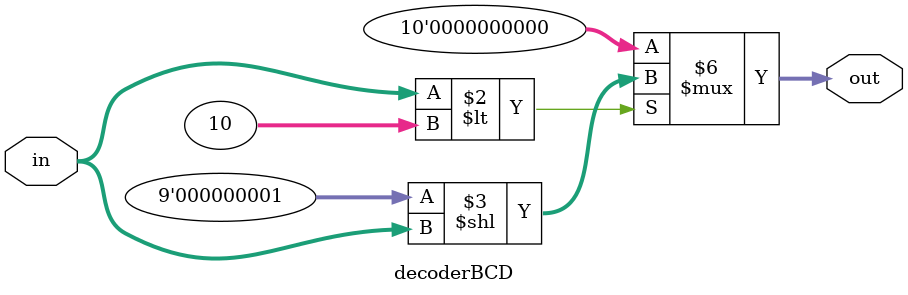
<source format=v>
module decoderBCD (
  in,
  out
);

input [3:0] in;
output [9:0] out;

wire [3:0] in;
reg [9:0] out;

initial begin
  out = 0;
end

always @(in)
if (in<10) begin
  out = 9'b000000001 << in;
end
else begin
  out = 0;
end

endmodule

</source>
